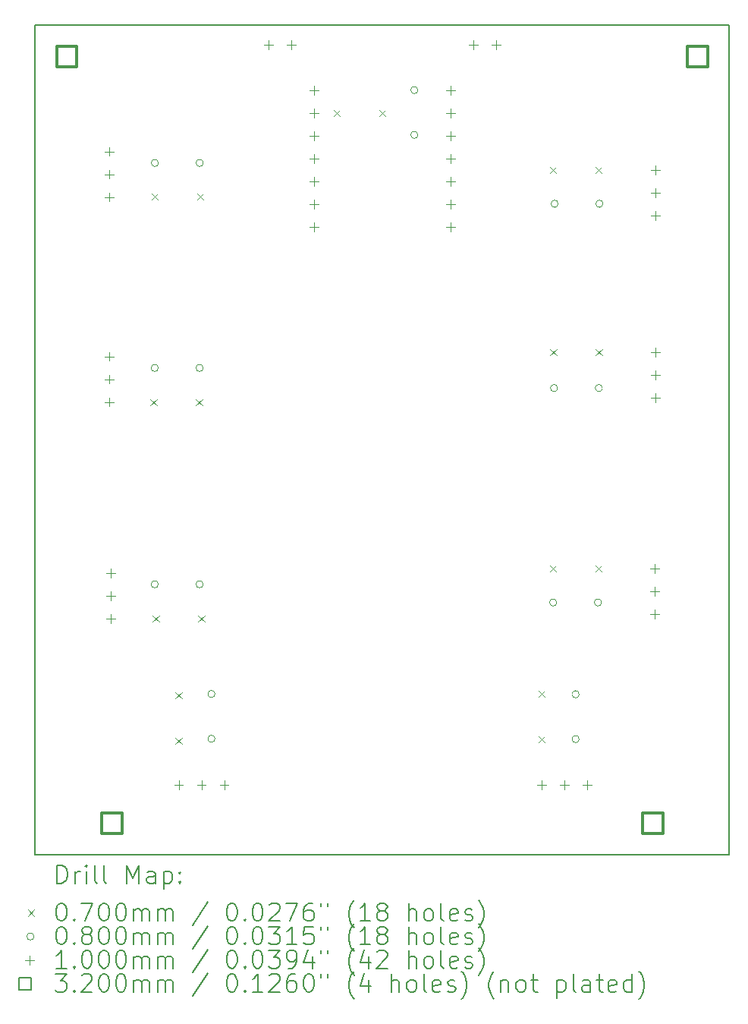
<source format=gbr>
%TF.GenerationSoftware,KiCad,Pcbnew,(6.0.11)*%
%TF.CreationDate,2023-06-05T02:11:05+09:00*%
%TF.ProjectId,ballsensor_unity_board,62616c6c-7365-46e7-936f-725f756e6974,rev?*%
%TF.SameCoordinates,Original*%
%TF.FileFunction,Drillmap*%
%TF.FilePolarity,Positive*%
%FSLAX45Y45*%
G04 Gerber Fmt 4.5, Leading zero omitted, Abs format (unit mm)*
G04 Created by KiCad (PCBNEW (6.0.11)) date 2023-06-05 02:11:05*
%MOMM*%
%LPD*%
G01*
G04 APERTURE LIST*
%ADD10C,0.200000*%
%ADD11C,0.070000*%
%ADD12C,0.080000*%
%ADD13C,0.100000*%
%ADD14C,0.320000*%
G04 APERTURE END LIST*
D10*
X8825000Y-4610000D02*
X8825000Y-13860000D01*
X16574976Y-13860000D02*
X16574976Y-4610000D01*
X16574976Y-13860000D02*
X8825000Y-13860000D01*
X8825000Y-4610000D02*
X16574976Y-4610000D01*
D11*
X10115500Y-8779000D02*
X10185500Y-8849000D01*
X10185500Y-8779000D02*
X10115500Y-8849000D01*
X10125000Y-6489000D02*
X10195000Y-6559000D01*
X10195000Y-6489000D02*
X10125000Y-6559000D01*
X10139500Y-11192000D02*
X10209500Y-11262000D01*
X10209500Y-11192000D02*
X10139500Y-11262000D01*
X10395000Y-12051500D02*
X10465000Y-12121500D01*
X10465000Y-12051500D02*
X10395000Y-12121500D01*
X10395000Y-12559500D02*
X10465000Y-12629500D01*
X10465000Y-12559500D02*
X10395000Y-12629500D01*
X10623500Y-8779000D02*
X10693500Y-8849000D01*
X10693500Y-8779000D02*
X10623500Y-8849000D01*
X10633000Y-6489000D02*
X10703000Y-6559000D01*
X10703000Y-6489000D02*
X10633000Y-6559000D01*
X10647500Y-11192000D02*
X10717500Y-11262000D01*
X10717500Y-11192000D02*
X10647500Y-11262000D01*
X12157000Y-5553000D02*
X12227000Y-5623000D01*
X12227000Y-5553000D02*
X12157000Y-5623000D01*
X12665000Y-5553000D02*
X12735000Y-5623000D01*
X12735000Y-5553000D02*
X12665000Y-5623000D01*
X14443000Y-12030000D02*
X14513000Y-12100000D01*
X14513000Y-12030000D02*
X14443000Y-12100000D01*
X14443000Y-12538000D02*
X14513000Y-12608000D01*
X14513000Y-12538000D02*
X14443000Y-12608000D01*
X14570000Y-6188000D02*
X14640000Y-6258000D01*
X14640000Y-6188000D02*
X14570000Y-6258000D01*
X14570000Y-10633000D02*
X14640000Y-10703000D01*
X14640000Y-10633000D02*
X14570000Y-10703000D01*
X14576000Y-8220000D02*
X14646000Y-8290000D01*
X14646000Y-8220000D02*
X14576000Y-8290000D01*
X15078000Y-6188000D02*
X15148000Y-6258000D01*
X15148000Y-6188000D02*
X15078000Y-6258000D01*
X15078000Y-10633000D02*
X15148000Y-10703000D01*
X15148000Y-10633000D02*
X15078000Y-10703000D01*
X15084000Y-8220000D02*
X15154000Y-8290000D01*
X15154000Y-8220000D02*
X15084000Y-8290000D01*
D12*
X10202500Y-8433000D02*
G75*
G03*
X10202500Y-8433000I-40000J0D01*
G01*
X10202500Y-10846000D02*
G75*
G03*
X10202500Y-10846000I-40000J0D01*
G01*
X10204000Y-6147000D02*
G75*
G03*
X10204000Y-6147000I-40000J0D01*
G01*
X10702500Y-8433000D02*
G75*
G03*
X10702500Y-8433000I-40000J0D01*
G01*
X10702500Y-10846000D02*
G75*
G03*
X10702500Y-10846000I-40000J0D01*
G01*
X10704000Y-6147000D02*
G75*
G03*
X10704000Y-6147000I-40000J0D01*
G01*
X10835000Y-12069000D02*
G75*
G03*
X10835000Y-12069000I-40000J0D01*
G01*
X10835000Y-12569000D02*
G75*
G03*
X10835000Y-12569000I-40000J0D01*
G01*
X13099500Y-5334000D02*
G75*
G03*
X13099500Y-5334000I-40000J0D01*
G01*
X13099500Y-5834000D02*
G75*
G03*
X13099500Y-5834000I-40000J0D01*
G01*
X14649000Y-11049000D02*
G75*
G03*
X14649000Y-11049000I-40000J0D01*
G01*
X14659000Y-8657500D02*
G75*
G03*
X14659000Y-8657500I-40000J0D01*
G01*
X14665000Y-6602000D02*
G75*
G03*
X14665000Y-6602000I-40000J0D01*
G01*
X14899000Y-12073000D02*
G75*
G03*
X14899000Y-12073000I-40000J0D01*
G01*
X14899000Y-12573000D02*
G75*
G03*
X14899000Y-12573000I-40000J0D01*
G01*
X15149000Y-11049000D02*
G75*
G03*
X15149000Y-11049000I-40000J0D01*
G01*
X15159000Y-8657500D02*
G75*
G03*
X15159000Y-8657500I-40000J0D01*
G01*
X15165000Y-6602000D02*
G75*
G03*
X15165000Y-6602000I-40000J0D01*
G01*
D13*
X9652000Y-5968500D02*
X9652000Y-6068500D01*
X9602000Y-6018500D02*
X9702000Y-6018500D01*
X9652000Y-6222500D02*
X9652000Y-6322500D01*
X9602000Y-6272500D02*
X9702000Y-6272500D01*
X9652000Y-6476500D02*
X9652000Y-6576500D01*
X9602000Y-6526500D02*
X9702000Y-6526500D01*
X9654500Y-8254500D02*
X9654500Y-8354500D01*
X9604500Y-8304500D02*
X9704500Y-8304500D01*
X9654500Y-8508500D02*
X9654500Y-8608500D01*
X9604500Y-8558500D02*
X9704500Y-8558500D01*
X9654500Y-8762500D02*
X9654500Y-8862500D01*
X9604500Y-8812500D02*
X9704500Y-8812500D01*
X9674500Y-10669000D02*
X9674500Y-10769000D01*
X9624500Y-10719000D02*
X9724500Y-10719000D01*
X9674500Y-10923000D02*
X9674500Y-11023000D01*
X9624500Y-10973000D02*
X9724500Y-10973000D01*
X9674500Y-11177000D02*
X9674500Y-11277000D01*
X9624500Y-11227000D02*
X9724500Y-11227000D01*
X10430000Y-13031000D02*
X10430000Y-13131000D01*
X10380000Y-13081000D02*
X10480000Y-13081000D01*
X10684000Y-13031000D02*
X10684000Y-13131000D01*
X10634000Y-13081000D02*
X10734000Y-13081000D01*
X10938000Y-13031000D02*
X10938000Y-13131000D01*
X10888000Y-13081000D02*
X10988000Y-13081000D01*
X11430000Y-4776000D02*
X11430000Y-4876000D01*
X11380000Y-4826000D02*
X11480000Y-4826000D01*
X11684000Y-4776000D02*
X11684000Y-4876000D01*
X11634000Y-4826000D02*
X11734000Y-4826000D01*
X11938000Y-5284000D02*
X11938000Y-5384000D01*
X11888000Y-5334000D02*
X11988000Y-5334000D01*
X11938000Y-5538000D02*
X11938000Y-5638000D01*
X11888000Y-5588000D02*
X11988000Y-5588000D01*
X11938000Y-5792000D02*
X11938000Y-5892000D01*
X11888000Y-5842000D02*
X11988000Y-5842000D01*
X11938000Y-6046000D02*
X11938000Y-6146000D01*
X11888000Y-6096000D02*
X11988000Y-6096000D01*
X11938000Y-6300000D02*
X11938000Y-6400000D01*
X11888000Y-6350000D02*
X11988000Y-6350000D01*
X11938000Y-6554000D02*
X11938000Y-6654000D01*
X11888000Y-6604000D02*
X11988000Y-6604000D01*
X11938000Y-6808000D02*
X11938000Y-6908000D01*
X11888000Y-6858000D02*
X11988000Y-6858000D01*
X13462000Y-5284000D02*
X13462000Y-5384000D01*
X13412000Y-5334000D02*
X13512000Y-5334000D01*
X13462000Y-5538000D02*
X13462000Y-5638000D01*
X13412000Y-5588000D02*
X13512000Y-5588000D01*
X13462000Y-5792000D02*
X13462000Y-5892000D01*
X13412000Y-5842000D02*
X13512000Y-5842000D01*
X13462000Y-6046000D02*
X13462000Y-6146000D01*
X13412000Y-6096000D02*
X13512000Y-6096000D01*
X13462000Y-6300000D02*
X13462000Y-6400000D01*
X13412000Y-6350000D02*
X13512000Y-6350000D01*
X13462000Y-6554000D02*
X13462000Y-6654000D01*
X13412000Y-6604000D02*
X13512000Y-6604000D01*
X13462000Y-6808000D02*
X13462000Y-6908000D01*
X13412000Y-6858000D02*
X13512000Y-6858000D01*
X13716000Y-4776000D02*
X13716000Y-4876000D01*
X13666000Y-4826000D02*
X13766000Y-4826000D01*
X13970000Y-4776000D02*
X13970000Y-4876000D01*
X13920000Y-4826000D02*
X14020000Y-4826000D01*
X14478000Y-13031000D02*
X14478000Y-13131000D01*
X14428000Y-13081000D02*
X14528000Y-13081000D01*
X14732000Y-13031000D02*
X14732000Y-13131000D01*
X14682000Y-13081000D02*
X14782000Y-13081000D01*
X14986000Y-13031000D02*
X14986000Y-13131000D01*
X14936000Y-13081000D02*
X15036000Y-13081000D01*
X15742000Y-10618000D02*
X15742000Y-10718000D01*
X15692000Y-10668000D02*
X15792000Y-10668000D01*
X15742000Y-10872000D02*
X15742000Y-10972000D01*
X15692000Y-10922000D02*
X15792000Y-10922000D01*
X15742000Y-11126000D02*
X15742000Y-11226000D01*
X15692000Y-11176000D02*
X15792000Y-11176000D01*
X15748000Y-6173000D02*
X15748000Y-6273000D01*
X15698000Y-6223000D02*
X15798000Y-6223000D01*
X15748000Y-6427000D02*
X15748000Y-6527000D01*
X15698000Y-6477000D02*
X15798000Y-6477000D01*
X15748000Y-6681000D02*
X15748000Y-6781000D01*
X15698000Y-6731000D02*
X15798000Y-6731000D01*
X15748000Y-8205000D02*
X15748000Y-8305000D01*
X15698000Y-8255000D02*
X15798000Y-8255000D01*
X15748000Y-8459000D02*
X15748000Y-8559000D01*
X15698000Y-8509000D02*
X15798000Y-8509000D01*
X15748000Y-8713000D02*
X15748000Y-8813000D01*
X15698000Y-8763000D02*
X15798000Y-8763000D01*
D14*
X9292698Y-5071218D02*
X9292698Y-4844942D01*
X9066422Y-4844942D01*
X9066422Y-5071218D01*
X9292698Y-5071218D01*
X9795491Y-13623138D02*
X9795491Y-13396862D01*
X9569215Y-13396862D01*
X9569215Y-13623138D01*
X9795491Y-13623138D01*
X15836288Y-13623138D02*
X15836288Y-13396862D01*
X15610011Y-13396862D01*
X15610011Y-13623138D01*
X15836288Y-13623138D01*
X16333726Y-5073138D02*
X16333726Y-4846862D01*
X16107450Y-4846862D01*
X16107450Y-5073138D01*
X16333726Y-5073138D01*
D10*
X9072619Y-14180476D02*
X9072619Y-13980476D01*
X9120238Y-13980476D01*
X9148810Y-13990000D01*
X9167857Y-14009048D01*
X9177381Y-14028095D01*
X9186905Y-14066190D01*
X9186905Y-14094762D01*
X9177381Y-14132857D01*
X9167857Y-14151905D01*
X9148810Y-14170952D01*
X9120238Y-14180476D01*
X9072619Y-14180476D01*
X9272619Y-14180476D02*
X9272619Y-14047143D01*
X9272619Y-14085238D02*
X9282143Y-14066190D01*
X9291667Y-14056667D01*
X9310714Y-14047143D01*
X9329762Y-14047143D01*
X9396429Y-14180476D02*
X9396429Y-14047143D01*
X9396429Y-13980476D02*
X9386905Y-13990000D01*
X9396429Y-13999524D01*
X9405952Y-13990000D01*
X9396429Y-13980476D01*
X9396429Y-13999524D01*
X9520238Y-14180476D02*
X9501190Y-14170952D01*
X9491667Y-14151905D01*
X9491667Y-13980476D01*
X9625000Y-14180476D02*
X9605952Y-14170952D01*
X9596429Y-14151905D01*
X9596429Y-13980476D01*
X9853571Y-14180476D02*
X9853571Y-13980476D01*
X9920238Y-14123333D01*
X9986905Y-13980476D01*
X9986905Y-14180476D01*
X10167857Y-14180476D02*
X10167857Y-14075714D01*
X10158333Y-14056667D01*
X10139286Y-14047143D01*
X10101190Y-14047143D01*
X10082143Y-14056667D01*
X10167857Y-14170952D02*
X10148810Y-14180476D01*
X10101190Y-14180476D01*
X10082143Y-14170952D01*
X10072619Y-14151905D01*
X10072619Y-14132857D01*
X10082143Y-14113809D01*
X10101190Y-14104286D01*
X10148810Y-14104286D01*
X10167857Y-14094762D01*
X10263095Y-14047143D02*
X10263095Y-14247143D01*
X10263095Y-14056667D02*
X10282143Y-14047143D01*
X10320238Y-14047143D01*
X10339286Y-14056667D01*
X10348810Y-14066190D01*
X10358333Y-14085238D01*
X10358333Y-14142381D01*
X10348810Y-14161428D01*
X10339286Y-14170952D01*
X10320238Y-14180476D01*
X10282143Y-14180476D01*
X10263095Y-14170952D01*
X10444048Y-14161428D02*
X10453571Y-14170952D01*
X10444048Y-14180476D01*
X10434524Y-14170952D01*
X10444048Y-14161428D01*
X10444048Y-14180476D01*
X10444048Y-14056667D02*
X10453571Y-14066190D01*
X10444048Y-14075714D01*
X10434524Y-14066190D01*
X10444048Y-14056667D01*
X10444048Y-14075714D01*
D11*
X8745000Y-14475000D02*
X8815000Y-14545000D01*
X8815000Y-14475000D02*
X8745000Y-14545000D01*
D10*
X9110714Y-14400476D02*
X9129762Y-14400476D01*
X9148810Y-14410000D01*
X9158333Y-14419524D01*
X9167857Y-14438571D01*
X9177381Y-14476667D01*
X9177381Y-14524286D01*
X9167857Y-14562381D01*
X9158333Y-14581428D01*
X9148810Y-14590952D01*
X9129762Y-14600476D01*
X9110714Y-14600476D01*
X9091667Y-14590952D01*
X9082143Y-14581428D01*
X9072619Y-14562381D01*
X9063095Y-14524286D01*
X9063095Y-14476667D01*
X9072619Y-14438571D01*
X9082143Y-14419524D01*
X9091667Y-14410000D01*
X9110714Y-14400476D01*
X9263095Y-14581428D02*
X9272619Y-14590952D01*
X9263095Y-14600476D01*
X9253571Y-14590952D01*
X9263095Y-14581428D01*
X9263095Y-14600476D01*
X9339286Y-14400476D02*
X9472619Y-14400476D01*
X9386905Y-14600476D01*
X9586905Y-14400476D02*
X9605952Y-14400476D01*
X9625000Y-14410000D01*
X9634524Y-14419524D01*
X9644048Y-14438571D01*
X9653571Y-14476667D01*
X9653571Y-14524286D01*
X9644048Y-14562381D01*
X9634524Y-14581428D01*
X9625000Y-14590952D01*
X9605952Y-14600476D01*
X9586905Y-14600476D01*
X9567857Y-14590952D01*
X9558333Y-14581428D01*
X9548810Y-14562381D01*
X9539286Y-14524286D01*
X9539286Y-14476667D01*
X9548810Y-14438571D01*
X9558333Y-14419524D01*
X9567857Y-14410000D01*
X9586905Y-14400476D01*
X9777381Y-14400476D02*
X9796429Y-14400476D01*
X9815476Y-14410000D01*
X9825000Y-14419524D01*
X9834524Y-14438571D01*
X9844048Y-14476667D01*
X9844048Y-14524286D01*
X9834524Y-14562381D01*
X9825000Y-14581428D01*
X9815476Y-14590952D01*
X9796429Y-14600476D01*
X9777381Y-14600476D01*
X9758333Y-14590952D01*
X9748810Y-14581428D01*
X9739286Y-14562381D01*
X9729762Y-14524286D01*
X9729762Y-14476667D01*
X9739286Y-14438571D01*
X9748810Y-14419524D01*
X9758333Y-14410000D01*
X9777381Y-14400476D01*
X9929762Y-14600476D02*
X9929762Y-14467143D01*
X9929762Y-14486190D02*
X9939286Y-14476667D01*
X9958333Y-14467143D01*
X9986905Y-14467143D01*
X10005952Y-14476667D01*
X10015476Y-14495714D01*
X10015476Y-14600476D01*
X10015476Y-14495714D02*
X10025000Y-14476667D01*
X10044048Y-14467143D01*
X10072619Y-14467143D01*
X10091667Y-14476667D01*
X10101190Y-14495714D01*
X10101190Y-14600476D01*
X10196429Y-14600476D02*
X10196429Y-14467143D01*
X10196429Y-14486190D02*
X10205952Y-14476667D01*
X10225000Y-14467143D01*
X10253571Y-14467143D01*
X10272619Y-14476667D01*
X10282143Y-14495714D01*
X10282143Y-14600476D01*
X10282143Y-14495714D02*
X10291667Y-14476667D01*
X10310714Y-14467143D01*
X10339286Y-14467143D01*
X10358333Y-14476667D01*
X10367857Y-14495714D01*
X10367857Y-14600476D01*
X10758333Y-14390952D02*
X10586905Y-14648095D01*
X11015476Y-14400476D02*
X11034524Y-14400476D01*
X11053571Y-14410000D01*
X11063095Y-14419524D01*
X11072619Y-14438571D01*
X11082143Y-14476667D01*
X11082143Y-14524286D01*
X11072619Y-14562381D01*
X11063095Y-14581428D01*
X11053571Y-14590952D01*
X11034524Y-14600476D01*
X11015476Y-14600476D01*
X10996429Y-14590952D01*
X10986905Y-14581428D01*
X10977381Y-14562381D01*
X10967857Y-14524286D01*
X10967857Y-14476667D01*
X10977381Y-14438571D01*
X10986905Y-14419524D01*
X10996429Y-14410000D01*
X11015476Y-14400476D01*
X11167857Y-14581428D02*
X11177381Y-14590952D01*
X11167857Y-14600476D01*
X11158333Y-14590952D01*
X11167857Y-14581428D01*
X11167857Y-14600476D01*
X11301190Y-14400476D02*
X11320238Y-14400476D01*
X11339286Y-14410000D01*
X11348809Y-14419524D01*
X11358333Y-14438571D01*
X11367857Y-14476667D01*
X11367857Y-14524286D01*
X11358333Y-14562381D01*
X11348809Y-14581428D01*
X11339286Y-14590952D01*
X11320238Y-14600476D01*
X11301190Y-14600476D01*
X11282143Y-14590952D01*
X11272619Y-14581428D01*
X11263095Y-14562381D01*
X11253571Y-14524286D01*
X11253571Y-14476667D01*
X11263095Y-14438571D01*
X11272619Y-14419524D01*
X11282143Y-14410000D01*
X11301190Y-14400476D01*
X11444048Y-14419524D02*
X11453571Y-14410000D01*
X11472619Y-14400476D01*
X11520238Y-14400476D01*
X11539286Y-14410000D01*
X11548809Y-14419524D01*
X11558333Y-14438571D01*
X11558333Y-14457619D01*
X11548809Y-14486190D01*
X11434524Y-14600476D01*
X11558333Y-14600476D01*
X11625000Y-14400476D02*
X11758333Y-14400476D01*
X11672619Y-14600476D01*
X11920238Y-14400476D02*
X11882143Y-14400476D01*
X11863095Y-14410000D01*
X11853571Y-14419524D01*
X11834524Y-14448095D01*
X11825000Y-14486190D01*
X11825000Y-14562381D01*
X11834524Y-14581428D01*
X11844048Y-14590952D01*
X11863095Y-14600476D01*
X11901190Y-14600476D01*
X11920238Y-14590952D01*
X11929762Y-14581428D01*
X11939286Y-14562381D01*
X11939286Y-14514762D01*
X11929762Y-14495714D01*
X11920238Y-14486190D01*
X11901190Y-14476667D01*
X11863095Y-14476667D01*
X11844048Y-14486190D01*
X11834524Y-14495714D01*
X11825000Y-14514762D01*
X12015476Y-14400476D02*
X12015476Y-14438571D01*
X12091667Y-14400476D02*
X12091667Y-14438571D01*
X12386905Y-14676667D02*
X12377381Y-14667143D01*
X12358333Y-14638571D01*
X12348809Y-14619524D01*
X12339286Y-14590952D01*
X12329762Y-14543333D01*
X12329762Y-14505238D01*
X12339286Y-14457619D01*
X12348809Y-14429048D01*
X12358333Y-14410000D01*
X12377381Y-14381428D01*
X12386905Y-14371905D01*
X12567857Y-14600476D02*
X12453571Y-14600476D01*
X12510714Y-14600476D02*
X12510714Y-14400476D01*
X12491667Y-14429048D01*
X12472619Y-14448095D01*
X12453571Y-14457619D01*
X12682143Y-14486190D02*
X12663095Y-14476667D01*
X12653571Y-14467143D01*
X12644048Y-14448095D01*
X12644048Y-14438571D01*
X12653571Y-14419524D01*
X12663095Y-14410000D01*
X12682143Y-14400476D01*
X12720238Y-14400476D01*
X12739286Y-14410000D01*
X12748809Y-14419524D01*
X12758333Y-14438571D01*
X12758333Y-14448095D01*
X12748809Y-14467143D01*
X12739286Y-14476667D01*
X12720238Y-14486190D01*
X12682143Y-14486190D01*
X12663095Y-14495714D01*
X12653571Y-14505238D01*
X12644048Y-14524286D01*
X12644048Y-14562381D01*
X12653571Y-14581428D01*
X12663095Y-14590952D01*
X12682143Y-14600476D01*
X12720238Y-14600476D01*
X12739286Y-14590952D01*
X12748809Y-14581428D01*
X12758333Y-14562381D01*
X12758333Y-14524286D01*
X12748809Y-14505238D01*
X12739286Y-14495714D01*
X12720238Y-14486190D01*
X12996428Y-14600476D02*
X12996428Y-14400476D01*
X13082143Y-14600476D02*
X13082143Y-14495714D01*
X13072619Y-14476667D01*
X13053571Y-14467143D01*
X13025000Y-14467143D01*
X13005952Y-14476667D01*
X12996428Y-14486190D01*
X13205952Y-14600476D02*
X13186905Y-14590952D01*
X13177381Y-14581428D01*
X13167857Y-14562381D01*
X13167857Y-14505238D01*
X13177381Y-14486190D01*
X13186905Y-14476667D01*
X13205952Y-14467143D01*
X13234524Y-14467143D01*
X13253571Y-14476667D01*
X13263095Y-14486190D01*
X13272619Y-14505238D01*
X13272619Y-14562381D01*
X13263095Y-14581428D01*
X13253571Y-14590952D01*
X13234524Y-14600476D01*
X13205952Y-14600476D01*
X13386905Y-14600476D02*
X13367857Y-14590952D01*
X13358333Y-14571905D01*
X13358333Y-14400476D01*
X13539286Y-14590952D02*
X13520238Y-14600476D01*
X13482143Y-14600476D01*
X13463095Y-14590952D01*
X13453571Y-14571905D01*
X13453571Y-14495714D01*
X13463095Y-14476667D01*
X13482143Y-14467143D01*
X13520238Y-14467143D01*
X13539286Y-14476667D01*
X13548809Y-14495714D01*
X13548809Y-14514762D01*
X13453571Y-14533809D01*
X13625000Y-14590952D02*
X13644048Y-14600476D01*
X13682143Y-14600476D01*
X13701190Y-14590952D01*
X13710714Y-14571905D01*
X13710714Y-14562381D01*
X13701190Y-14543333D01*
X13682143Y-14533809D01*
X13653571Y-14533809D01*
X13634524Y-14524286D01*
X13625000Y-14505238D01*
X13625000Y-14495714D01*
X13634524Y-14476667D01*
X13653571Y-14467143D01*
X13682143Y-14467143D01*
X13701190Y-14476667D01*
X13777381Y-14676667D02*
X13786905Y-14667143D01*
X13805952Y-14638571D01*
X13815476Y-14619524D01*
X13825000Y-14590952D01*
X13834524Y-14543333D01*
X13834524Y-14505238D01*
X13825000Y-14457619D01*
X13815476Y-14429048D01*
X13805952Y-14410000D01*
X13786905Y-14381428D01*
X13777381Y-14371905D01*
D12*
X8815000Y-14774000D02*
G75*
G03*
X8815000Y-14774000I-40000J0D01*
G01*
D10*
X9110714Y-14664476D02*
X9129762Y-14664476D01*
X9148810Y-14674000D01*
X9158333Y-14683524D01*
X9167857Y-14702571D01*
X9177381Y-14740667D01*
X9177381Y-14788286D01*
X9167857Y-14826381D01*
X9158333Y-14845428D01*
X9148810Y-14854952D01*
X9129762Y-14864476D01*
X9110714Y-14864476D01*
X9091667Y-14854952D01*
X9082143Y-14845428D01*
X9072619Y-14826381D01*
X9063095Y-14788286D01*
X9063095Y-14740667D01*
X9072619Y-14702571D01*
X9082143Y-14683524D01*
X9091667Y-14674000D01*
X9110714Y-14664476D01*
X9263095Y-14845428D02*
X9272619Y-14854952D01*
X9263095Y-14864476D01*
X9253571Y-14854952D01*
X9263095Y-14845428D01*
X9263095Y-14864476D01*
X9386905Y-14750190D02*
X9367857Y-14740667D01*
X9358333Y-14731143D01*
X9348810Y-14712095D01*
X9348810Y-14702571D01*
X9358333Y-14683524D01*
X9367857Y-14674000D01*
X9386905Y-14664476D01*
X9425000Y-14664476D01*
X9444048Y-14674000D01*
X9453571Y-14683524D01*
X9463095Y-14702571D01*
X9463095Y-14712095D01*
X9453571Y-14731143D01*
X9444048Y-14740667D01*
X9425000Y-14750190D01*
X9386905Y-14750190D01*
X9367857Y-14759714D01*
X9358333Y-14769238D01*
X9348810Y-14788286D01*
X9348810Y-14826381D01*
X9358333Y-14845428D01*
X9367857Y-14854952D01*
X9386905Y-14864476D01*
X9425000Y-14864476D01*
X9444048Y-14854952D01*
X9453571Y-14845428D01*
X9463095Y-14826381D01*
X9463095Y-14788286D01*
X9453571Y-14769238D01*
X9444048Y-14759714D01*
X9425000Y-14750190D01*
X9586905Y-14664476D02*
X9605952Y-14664476D01*
X9625000Y-14674000D01*
X9634524Y-14683524D01*
X9644048Y-14702571D01*
X9653571Y-14740667D01*
X9653571Y-14788286D01*
X9644048Y-14826381D01*
X9634524Y-14845428D01*
X9625000Y-14854952D01*
X9605952Y-14864476D01*
X9586905Y-14864476D01*
X9567857Y-14854952D01*
X9558333Y-14845428D01*
X9548810Y-14826381D01*
X9539286Y-14788286D01*
X9539286Y-14740667D01*
X9548810Y-14702571D01*
X9558333Y-14683524D01*
X9567857Y-14674000D01*
X9586905Y-14664476D01*
X9777381Y-14664476D02*
X9796429Y-14664476D01*
X9815476Y-14674000D01*
X9825000Y-14683524D01*
X9834524Y-14702571D01*
X9844048Y-14740667D01*
X9844048Y-14788286D01*
X9834524Y-14826381D01*
X9825000Y-14845428D01*
X9815476Y-14854952D01*
X9796429Y-14864476D01*
X9777381Y-14864476D01*
X9758333Y-14854952D01*
X9748810Y-14845428D01*
X9739286Y-14826381D01*
X9729762Y-14788286D01*
X9729762Y-14740667D01*
X9739286Y-14702571D01*
X9748810Y-14683524D01*
X9758333Y-14674000D01*
X9777381Y-14664476D01*
X9929762Y-14864476D02*
X9929762Y-14731143D01*
X9929762Y-14750190D02*
X9939286Y-14740667D01*
X9958333Y-14731143D01*
X9986905Y-14731143D01*
X10005952Y-14740667D01*
X10015476Y-14759714D01*
X10015476Y-14864476D01*
X10015476Y-14759714D02*
X10025000Y-14740667D01*
X10044048Y-14731143D01*
X10072619Y-14731143D01*
X10091667Y-14740667D01*
X10101190Y-14759714D01*
X10101190Y-14864476D01*
X10196429Y-14864476D02*
X10196429Y-14731143D01*
X10196429Y-14750190D02*
X10205952Y-14740667D01*
X10225000Y-14731143D01*
X10253571Y-14731143D01*
X10272619Y-14740667D01*
X10282143Y-14759714D01*
X10282143Y-14864476D01*
X10282143Y-14759714D02*
X10291667Y-14740667D01*
X10310714Y-14731143D01*
X10339286Y-14731143D01*
X10358333Y-14740667D01*
X10367857Y-14759714D01*
X10367857Y-14864476D01*
X10758333Y-14654952D02*
X10586905Y-14912095D01*
X11015476Y-14664476D02*
X11034524Y-14664476D01*
X11053571Y-14674000D01*
X11063095Y-14683524D01*
X11072619Y-14702571D01*
X11082143Y-14740667D01*
X11082143Y-14788286D01*
X11072619Y-14826381D01*
X11063095Y-14845428D01*
X11053571Y-14854952D01*
X11034524Y-14864476D01*
X11015476Y-14864476D01*
X10996429Y-14854952D01*
X10986905Y-14845428D01*
X10977381Y-14826381D01*
X10967857Y-14788286D01*
X10967857Y-14740667D01*
X10977381Y-14702571D01*
X10986905Y-14683524D01*
X10996429Y-14674000D01*
X11015476Y-14664476D01*
X11167857Y-14845428D02*
X11177381Y-14854952D01*
X11167857Y-14864476D01*
X11158333Y-14854952D01*
X11167857Y-14845428D01*
X11167857Y-14864476D01*
X11301190Y-14664476D02*
X11320238Y-14664476D01*
X11339286Y-14674000D01*
X11348809Y-14683524D01*
X11358333Y-14702571D01*
X11367857Y-14740667D01*
X11367857Y-14788286D01*
X11358333Y-14826381D01*
X11348809Y-14845428D01*
X11339286Y-14854952D01*
X11320238Y-14864476D01*
X11301190Y-14864476D01*
X11282143Y-14854952D01*
X11272619Y-14845428D01*
X11263095Y-14826381D01*
X11253571Y-14788286D01*
X11253571Y-14740667D01*
X11263095Y-14702571D01*
X11272619Y-14683524D01*
X11282143Y-14674000D01*
X11301190Y-14664476D01*
X11434524Y-14664476D02*
X11558333Y-14664476D01*
X11491667Y-14740667D01*
X11520238Y-14740667D01*
X11539286Y-14750190D01*
X11548809Y-14759714D01*
X11558333Y-14778762D01*
X11558333Y-14826381D01*
X11548809Y-14845428D01*
X11539286Y-14854952D01*
X11520238Y-14864476D01*
X11463095Y-14864476D01*
X11444048Y-14854952D01*
X11434524Y-14845428D01*
X11748809Y-14864476D02*
X11634524Y-14864476D01*
X11691667Y-14864476D02*
X11691667Y-14664476D01*
X11672619Y-14693048D01*
X11653571Y-14712095D01*
X11634524Y-14721619D01*
X11929762Y-14664476D02*
X11834524Y-14664476D01*
X11825000Y-14759714D01*
X11834524Y-14750190D01*
X11853571Y-14740667D01*
X11901190Y-14740667D01*
X11920238Y-14750190D01*
X11929762Y-14759714D01*
X11939286Y-14778762D01*
X11939286Y-14826381D01*
X11929762Y-14845428D01*
X11920238Y-14854952D01*
X11901190Y-14864476D01*
X11853571Y-14864476D01*
X11834524Y-14854952D01*
X11825000Y-14845428D01*
X12015476Y-14664476D02*
X12015476Y-14702571D01*
X12091667Y-14664476D02*
X12091667Y-14702571D01*
X12386905Y-14940667D02*
X12377381Y-14931143D01*
X12358333Y-14902571D01*
X12348809Y-14883524D01*
X12339286Y-14854952D01*
X12329762Y-14807333D01*
X12329762Y-14769238D01*
X12339286Y-14721619D01*
X12348809Y-14693048D01*
X12358333Y-14674000D01*
X12377381Y-14645428D01*
X12386905Y-14635905D01*
X12567857Y-14864476D02*
X12453571Y-14864476D01*
X12510714Y-14864476D02*
X12510714Y-14664476D01*
X12491667Y-14693048D01*
X12472619Y-14712095D01*
X12453571Y-14721619D01*
X12682143Y-14750190D02*
X12663095Y-14740667D01*
X12653571Y-14731143D01*
X12644048Y-14712095D01*
X12644048Y-14702571D01*
X12653571Y-14683524D01*
X12663095Y-14674000D01*
X12682143Y-14664476D01*
X12720238Y-14664476D01*
X12739286Y-14674000D01*
X12748809Y-14683524D01*
X12758333Y-14702571D01*
X12758333Y-14712095D01*
X12748809Y-14731143D01*
X12739286Y-14740667D01*
X12720238Y-14750190D01*
X12682143Y-14750190D01*
X12663095Y-14759714D01*
X12653571Y-14769238D01*
X12644048Y-14788286D01*
X12644048Y-14826381D01*
X12653571Y-14845428D01*
X12663095Y-14854952D01*
X12682143Y-14864476D01*
X12720238Y-14864476D01*
X12739286Y-14854952D01*
X12748809Y-14845428D01*
X12758333Y-14826381D01*
X12758333Y-14788286D01*
X12748809Y-14769238D01*
X12739286Y-14759714D01*
X12720238Y-14750190D01*
X12996428Y-14864476D02*
X12996428Y-14664476D01*
X13082143Y-14864476D02*
X13082143Y-14759714D01*
X13072619Y-14740667D01*
X13053571Y-14731143D01*
X13025000Y-14731143D01*
X13005952Y-14740667D01*
X12996428Y-14750190D01*
X13205952Y-14864476D02*
X13186905Y-14854952D01*
X13177381Y-14845428D01*
X13167857Y-14826381D01*
X13167857Y-14769238D01*
X13177381Y-14750190D01*
X13186905Y-14740667D01*
X13205952Y-14731143D01*
X13234524Y-14731143D01*
X13253571Y-14740667D01*
X13263095Y-14750190D01*
X13272619Y-14769238D01*
X13272619Y-14826381D01*
X13263095Y-14845428D01*
X13253571Y-14854952D01*
X13234524Y-14864476D01*
X13205952Y-14864476D01*
X13386905Y-14864476D02*
X13367857Y-14854952D01*
X13358333Y-14835905D01*
X13358333Y-14664476D01*
X13539286Y-14854952D02*
X13520238Y-14864476D01*
X13482143Y-14864476D01*
X13463095Y-14854952D01*
X13453571Y-14835905D01*
X13453571Y-14759714D01*
X13463095Y-14740667D01*
X13482143Y-14731143D01*
X13520238Y-14731143D01*
X13539286Y-14740667D01*
X13548809Y-14759714D01*
X13548809Y-14778762D01*
X13453571Y-14797809D01*
X13625000Y-14854952D02*
X13644048Y-14864476D01*
X13682143Y-14864476D01*
X13701190Y-14854952D01*
X13710714Y-14835905D01*
X13710714Y-14826381D01*
X13701190Y-14807333D01*
X13682143Y-14797809D01*
X13653571Y-14797809D01*
X13634524Y-14788286D01*
X13625000Y-14769238D01*
X13625000Y-14759714D01*
X13634524Y-14740667D01*
X13653571Y-14731143D01*
X13682143Y-14731143D01*
X13701190Y-14740667D01*
X13777381Y-14940667D02*
X13786905Y-14931143D01*
X13805952Y-14902571D01*
X13815476Y-14883524D01*
X13825000Y-14854952D01*
X13834524Y-14807333D01*
X13834524Y-14769238D01*
X13825000Y-14721619D01*
X13815476Y-14693048D01*
X13805952Y-14674000D01*
X13786905Y-14645428D01*
X13777381Y-14635905D01*
D13*
X8765000Y-14988000D02*
X8765000Y-15088000D01*
X8715000Y-15038000D02*
X8815000Y-15038000D01*
D10*
X9177381Y-15128476D02*
X9063095Y-15128476D01*
X9120238Y-15128476D02*
X9120238Y-14928476D01*
X9101190Y-14957048D01*
X9082143Y-14976095D01*
X9063095Y-14985619D01*
X9263095Y-15109428D02*
X9272619Y-15118952D01*
X9263095Y-15128476D01*
X9253571Y-15118952D01*
X9263095Y-15109428D01*
X9263095Y-15128476D01*
X9396429Y-14928476D02*
X9415476Y-14928476D01*
X9434524Y-14938000D01*
X9444048Y-14947524D01*
X9453571Y-14966571D01*
X9463095Y-15004667D01*
X9463095Y-15052286D01*
X9453571Y-15090381D01*
X9444048Y-15109428D01*
X9434524Y-15118952D01*
X9415476Y-15128476D01*
X9396429Y-15128476D01*
X9377381Y-15118952D01*
X9367857Y-15109428D01*
X9358333Y-15090381D01*
X9348810Y-15052286D01*
X9348810Y-15004667D01*
X9358333Y-14966571D01*
X9367857Y-14947524D01*
X9377381Y-14938000D01*
X9396429Y-14928476D01*
X9586905Y-14928476D02*
X9605952Y-14928476D01*
X9625000Y-14938000D01*
X9634524Y-14947524D01*
X9644048Y-14966571D01*
X9653571Y-15004667D01*
X9653571Y-15052286D01*
X9644048Y-15090381D01*
X9634524Y-15109428D01*
X9625000Y-15118952D01*
X9605952Y-15128476D01*
X9586905Y-15128476D01*
X9567857Y-15118952D01*
X9558333Y-15109428D01*
X9548810Y-15090381D01*
X9539286Y-15052286D01*
X9539286Y-15004667D01*
X9548810Y-14966571D01*
X9558333Y-14947524D01*
X9567857Y-14938000D01*
X9586905Y-14928476D01*
X9777381Y-14928476D02*
X9796429Y-14928476D01*
X9815476Y-14938000D01*
X9825000Y-14947524D01*
X9834524Y-14966571D01*
X9844048Y-15004667D01*
X9844048Y-15052286D01*
X9834524Y-15090381D01*
X9825000Y-15109428D01*
X9815476Y-15118952D01*
X9796429Y-15128476D01*
X9777381Y-15128476D01*
X9758333Y-15118952D01*
X9748810Y-15109428D01*
X9739286Y-15090381D01*
X9729762Y-15052286D01*
X9729762Y-15004667D01*
X9739286Y-14966571D01*
X9748810Y-14947524D01*
X9758333Y-14938000D01*
X9777381Y-14928476D01*
X9929762Y-15128476D02*
X9929762Y-14995143D01*
X9929762Y-15014190D02*
X9939286Y-15004667D01*
X9958333Y-14995143D01*
X9986905Y-14995143D01*
X10005952Y-15004667D01*
X10015476Y-15023714D01*
X10015476Y-15128476D01*
X10015476Y-15023714D02*
X10025000Y-15004667D01*
X10044048Y-14995143D01*
X10072619Y-14995143D01*
X10091667Y-15004667D01*
X10101190Y-15023714D01*
X10101190Y-15128476D01*
X10196429Y-15128476D02*
X10196429Y-14995143D01*
X10196429Y-15014190D02*
X10205952Y-15004667D01*
X10225000Y-14995143D01*
X10253571Y-14995143D01*
X10272619Y-15004667D01*
X10282143Y-15023714D01*
X10282143Y-15128476D01*
X10282143Y-15023714D02*
X10291667Y-15004667D01*
X10310714Y-14995143D01*
X10339286Y-14995143D01*
X10358333Y-15004667D01*
X10367857Y-15023714D01*
X10367857Y-15128476D01*
X10758333Y-14918952D02*
X10586905Y-15176095D01*
X11015476Y-14928476D02*
X11034524Y-14928476D01*
X11053571Y-14938000D01*
X11063095Y-14947524D01*
X11072619Y-14966571D01*
X11082143Y-15004667D01*
X11082143Y-15052286D01*
X11072619Y-15090381D01*
X11063095Y-15109428D01*
X11053571Y-15118952D01*
X11034524Y-15128476D01*
X11015476Y-15128476D01*
X10996429Y-15118952D01*
X10986905Y-15109428D01*
X10977381Y-15090381D01*
X10967857Y-15052286D01*
X10967857Y-15004667D01*
X10977381Y-14966571D01*
X10986905Y-14947524D01*
X10996429Y-14938000D01*
X11015476Y-14928476D01*
X11167857Y-15109428D02*
X11177381Y-15118952D01*
X11167857Y-15128476D01*
X11158333Y-15118952D01*
X11167857Y-15109428D01*
X11167857Y-15128476D01*
X11301190Y-14928476D02*
X11320238Y-14928476D01*
X11339286Y-14938000D01*
X11348809Y-14947524D01*
X11358333Y-14966571D01*
X11367857Y-15004667D01*
X11367857Y-15052286D01*
X11358333Y-15090381D01*
X11348809Y-15109428D01*
X11339286Y-15118952D01*
X11320238Y-15128476D01*
X11301190Y-15128476D01*
X11282143Y-15118952D01*
X11272619Y-15109428D01*
X11263095Y-15090381D01*
X11253571Y-15052286D01*
X11253571Y-15004667D01*
X11263095Y-14966571D01*
X11272619Y-14947524D01*
X11282143Y-14938000D01*
X11301190Y-14928476D01*
X11434524Y-14928476D02*
X11558333Y-14928476D01*
X11491667Y-15004667D01*
X11520238Y-15004667D01*
X11539286Y-15014190D01*
X11548809Y-15023714D01*
X11558333Y-15042762D01*
X11558333Y-15090381D01*
X11548809Y-15109428D01*
X11539286Y-15118952D01*
X11520238Y-15128476D01*
X11463095Y-15128476D01*
X11444048Y-15118952D01*
X11434524Y-15109428D01*
X11653571Y-15128476D02*
X11691667Y-15128476D01*
X11710714Y-15118952D01*
X11720238Y-15109428D01*
X11739286Y-15080857D01*
X11748809Y-15042762D01*
X11748809Y-14966571D01*
X11739286Y-14947524D01*
X11729762Y-14938000D01*
X11710714Y-14928476D01*
X11672619Y-14928476D01*
X11653571Y-14938000D01*
X11644048Y-14947524D01*
X11634524Y-14966571D01*
X11634524Y-15014190D01*
X11644048Y-15033238D01*
X11653571Y-15042762D01*
X11672619Y-15052286D01*
X11710714Y-15052286D01*
X11729762Y-15042762D01*
X11739286Y-15033238D01*
X11748809Y-15014190D01*
X11920238Y-14995143D02*
X11920238Y-15128476D01*
X11872619Y-14918952D02*
X11825000Y-15061809D01*
X11948809Y-15061809D01*
X12015476Y-14928476D02*
X12015476Y-14966571D01*
X12091667Y-14928476D02*
X12091667Y-14966571D01*
X12386905Y-15204667D02*
X12377381Y-15195143D01*
X12358333Y-15166571D01*
X12348809Y-15147524D01*
X12339286Y-15118952D01*
X12329762Y-15071333D01*
X12329762Y-15033238D01*
X12339286Y-14985619D01*
X12348809Y-14957048D01*
X12358333Y-14938000D01*
X12377381Y-14909428D01*
X12386905Y-14899905D01*
X12548809Y-14995143D02*
X12548809Y-15128476D01*
X12501190Y-14918952D02*
X12453571Y-15061809D01*
X12577381Y-15061809D01*
X12644048Y-14947524D02*
X12653571Y-14938000D01*
X12672619Y-14928476D01*
X12720238Y-14928476D01*
X12739286Y-14938000D01*
X12748809Y-14947524D01*
X12758333Y-14966571D01*
X12758333Y-14985619D01*
X12748809Y-15014190D01*
X12634524Y-15128476D01*
X12758333Y-15128476D01*
X12996428Y-15128476D02*
X12996428Y-14928476D01*
X13082143Y-15128476D02*
X13082143Y-15023714D01*
X13072619Y-15004667D01*
X13053571Y-14995143D01*
X13025000Y-14995143D01*
X13005952Y-15004667D01*
X12996428Y-15014190D01*
X13205952Y-15128476D02*
X13186905Y-15118952D01*
X13177381Y-15109428D01*
X13167857Y-15090381D01*
X13167857Y-15033238D01*
X13177381Y-15014190D01*
X13186905Y-15004667D01*
X13205952Y-14995143D01*
X13234524Y-14995143D01*
X13253571Y-15004667D01*
X13263095Y-15014190D01*
X13272619Y-15033238D01*
X13272619Y-15090381D01*
X13263095Y-15109428D01*
X13253571Y-15118952D01*
X13234524Y-15128476D01*
X13205952Y-15128476D01*
X13386905Y-15128476D02*
X13367857Y-15118952D01*
X13358333Y-15099905D01*
X13358333Y-14928476D01*
X13539286Y-15118952D02*
X13520238Y-15128476D01*
X13482143Y-15128476D01*
X13463095Y-15118952D01*
X13453571Y-15099905D01*
X13453571Y-15023714D01*
X13463095Y-15004667D01*
X13482143Y-14995143D01*
X13520238Y-14995143D01*
X13539286Y-15004667D01*
X13548809Y-15023714D01*
X13548809Y-15042762D01*
X13453571Y-15061809D01*
X13625000Y-15118952D02*
X13644048Y-15128476D01*
X13682143Y-15128476D01*
X13701190Y-15118952D01*
X13710714Y-15099905D01*
X13710714Y-15090381D01*
X13701190Y-15071333D01*
X13682143Y-15061809D01*
X13653571Y-15061809D01*
X13634524Y-15052286D01*
X13625000Y-15033238D01*
X13625000Y-15023714D01*
X13634524Y-15004667D01*
X13653571Y-14995143D01*
X13682143Y-14995143D01*
X13701190Y-15004667D01*
X13777381Y-15204667D02*
X13786905Y-15195143D01*
X13805952Y-15166571D01*
X13815476Y-15147524D01*
X13825000Y-15118952D01*
X13834524Y-15071333D01*
X13834524Y-15033238D01*
X13825000Y-14985619D01*
X13815476Y-14957048D01*
X13805952Y-14938000D01*
X13786905Y-14909428D01*
X13777381Y-14899905D01*
X8785711Y-15372711D02*
X8785711Y-15231289D01*
X8644289Y-15231289D01*
X8644289Y-15372711D01*
X8785711Y-15372711D01*
X9053571Y-15192476D02*
X9177381Y-15192476D01*
X9110714Y-15268667D01*
X9139286Y-15268667D01*
X9158333Y-15278190D01*
X9167857Y-15287714D01*
X9177381Y-15306762D01*
X9177381Y-15354381D01*
X9167857Y-15373428D01*
X9158333Y-15382952D01*
X9139286Y-15392476D01*
X9082143Y-15392476D01*
X9063095Y-15382952D01*
X9053571Y-15373428D01*
X9263095Y-15373428D02*
X9272619Y-15382952D01*
X9263095Y-15392476D01*
X9253571Y-15382952D01*
X9263095Y-15373428D01*
X9263095Y-15392476D01*
X9348810Y-15211524D02*
X9358333Y-15202000D01*
X9377381Y-15192476D01*
X9425000Y-15192476D01*
X9444048Y-15202000D01*
X9453571Y-15211524D01*
X9463095Y-15230571D01*
X9463095Y-15249619D01*
X9453571Y-15278190D01*
X9339286Y-15392476D01*
X9463095Y-15392476D01*
X9586905Y-15192476D02*
X9605952Y-15192476D01*
X9625000Y-15202000D01*
X9634524Y-15211524D01*
X9644048Y-15230571D01*
X9653571Y-15268667D01*
X9653571Y-15316286D01*
X9644048Y-15354381D01*
X9634524Y-15373428D01*
X9625000Y-15382952D01*
X9605952Y-15392476D01*
X9586905Y-15392476D01*
X9567857Y-15382952D01*
X9558333Y-15373428D01*
X9548810Y-15354381D01*
X9539286Y-15316286D01*
X9539286Y-15268667D01*
X9548810Y-15230571D01*
X9558333Y-15211524D01*
X9567857Y-15202000D01*
X9586905Y-15192476D01*
X9777381Y-15192476D02*
X9796429Y-15192476D01*
X9815476Y-15202000D01*
X9825000Y-15211524D01*
X9834524Y-15230571D01*
X9844048Y-15268667D01*
X9844048Y-15316286D01*
X9834524Y-15354381D01*
X9825000Y-15373428D01*
X9815476Y-15382952D01*
X9796429Y-15392476D01*
X9777381Y-15392476D01*
X9758333Y-15382952D01*
X9748810Y-15373428D01*
X9739286Y-15354381D01*
X9729762Y-15316286D01*
X9729762Y-15268667D01*
X9739286Y-15230571D01*
X9748810Y-15211524D01*
X9758333Y-15202000D01*
X9777381Y-15192476D01*
X9929762Y-15392476D02*
X9929762Y-15259143D01*
X9929762Y-15278190D02*
X9939286Y-15268667D01*
X9958333Y-15259143D01*
X9986905Y-15259143D01*
X10005952Y-15268667D01*
X10015476Y-15287714D01*
X10015476Y-15392476D01*
X10015476Y-15287714D02*
X10025000Y-15268667D01*
X10044048Y-15259143D01*
X10072619Y-15259143D01*
X10091667Y-15268667D01*
X10101190Y-15287714D01*
X10101190Y-15392476D01*
X10196429Y-15392476D02*
X10196429Y-15259143D01*
X10196429Y-15278190D02*
X10205952Y-15268667D01*
X10225000Y-15259143D01*
X10253571Y-15259143D01*
X10272619Y-15268667D01*
X10282143Y-15287714D01*
X10282143Y-15392476D01*
X10282143Y-15287714D02*
X10291667Y-15268667D01*
X10310714Y-15259143D01*
X10339286Y-15259143D01*
X10358333Y-15268667D01*
X10367857Y-15287714D01*
X10367857Y-15392476D01*
X10758333Y-15182952D02*
X10586905Y-15440095D01*
X11015476Y-15192476D02*
X11034524Y-15192476D01*
X11053571Y-15202000D01*
X11063095Y-15211524D01*
X11072619Y-15230571D01*
X11082143Y-15268667D01*
X11082143Y-15316286D01*
X11072619Y-15354381D01*
X11063095Y-15373428D01*
X11053571Y-15382952D01*
X11034524Y-15392476D01*
X11015476Y-15392476D01*
X10996429Y-15382952D01*
X10986905Y-15373428D01*
X10977381Y-15354381D01*
X10967857Y-15316286D01*
X10967857Y-15268667D01*
X10977381Y-15230571D01*
X10986905Y-15211524D01*
X10996429Y-15202000D01*
X11015476Y-15192476D01*
X11167857Y-15373428D02*
X11177381Y-15382952D01*
X11167857Y-15392476D01*
X11158333Y-15382952D01*
X11167857Y-15373428D01*
X11167857Y-15392476D01*
X11367857Y-15392476D02*
X11253571Y-15392476D01*
X11310714Y-15392476D02*
X11310714Y-15192476D01*
X11291667Y-15221048D01*
X11272619Y-15240095D01*
X11253571Y-15249619D01*
X11444048Y-15211524D02*
X11453571Y-15202000D01*
X11472619Y-15192476D01*
X11520238Y-15192476D01*
X11539286Y-15202000D01*
X11548809Y-15211524D01*
X11558333Y-15230571D01*
X11558333Y-15249619D01*
X11548809Y-15278190D01*
X11434524Y-15392476D01*
X11558333Y-15392476D01*
X11729762Y-15192476D02*
X11691667Y-15192476D01*
X11672619Y-15202000D01*
X11663095Y-15211524D01*
X11644048Y-15240095D01*
X11634524Y-15278190D01*
X11634524Y-15354381D01*
X11644048Y-15373428D01*
X11653571Y-15382952D01*
X11672619Y-15392476D01*
X11710714Y-15392476D01*
X11729762Y-15382952D01*
X11739286Y-15373428D01*
X11748809Y-15354381D01*
X11748809Y-15306762D01*
X11739286Y-15287714D01*
X11729762Y-15278190D01*
X11710714Y-15268667D01*
X11672619Y-15268667D01*
X11653571Y-15278190D01*
X11644048Y-15287714D01*
X11634524Y-15306762D01*
X11872619Y-15192476D02*
X11891667Y-15192476D01*
X11910714Y-15202000D01*
X11920238Y-15211524D01*
X11929762Y-15230571D01*
X11939286Y-15268667D01*
X11939286Y-15316286D01*
X11929762Y-15354381D01*
X11920238Y-15373428D01*
X11910714Y-15382952D01*
X11891667Y-15392476D01*
X11872619Y-15392476D01*
X11853571Y-15382952D01*
X11844048Y-15373428D01*
X11834524Y-15354381D01*
X11825000Y-15316286D01*
X11825000Y-15268667D01*
X11834524Y-15230571D01*
X11844048Y-15211524D01*
X11853571Y-15202000D01*
X11872619Y-15192476D01*
X12015476Y-15192476D02*
X12015476Y-15230571D01*
X12091667Y-15192476D02*
X12091667Y-15230571D01*
X12386905Y-15468667D02*
X12377381Y-15459143D01*
X12358333Y-15430571D01*
X12348809Y-15411524D01*
X12339286Y-15382952D01*
X12329762Y-15335333D01*
X12329762Y-15297238D01*
X12339286Y-15249619D01*
X12348809Y-15221048D01*
X12358333Y-15202000D01*
X12377381Y-15173428D01*
X12386905Y-15163905D01*
X12548809Y-15259143D02*
X12548809Y-15392476D01*
X12501190Y-15182952D02*
X12453571Y-15325809D01*
X12577381Y-15325809D01*
X12805952Y-15392476D02*
X12805952Y-15192476D01*
X12891667Y-15392476D02*
X12891667Y-15287714D01*
X12882143Y-15268667D01*
X12863095Y-15259143D01*
X12834524Y-15259143D01*
X12815476Y-15268667D01*
X12805952Y-15278190D01*
X13015476Y-15392476D02*
X12996428Y-15382952D01*
X12986905Y-15373428D01*
X12977381Y-15354381D01*
X12977381Y-15297238D01*
X12986905Y-15278190D01*
X12996428Y-15268667D01*
X13015476Y-15259143D01*
X13044048Y-15259143D01*
X13063095Y-15268667D01*
X13072619Y-15278190D01*
X13082143Y-15297238D01*
X13082143Y-15354381D01*
X13072619Y-15373428D01*
X13063095Y-15382952D01*
X13044048Y-15392476D01*
X13015476Y-15392476D01*
X13196428Y-15392476D02*
X13177381Y-15382952D01*
X13167857Y-15363905D01*
X13167857Y-15192476D01*
X13348809Y-15382952D02*
X13329762Y-15392476D01*
X13291667Y-15392476D01*
X13272619Y-15382952D01*
X13263095Y-15363905D01*
X13263095Y-15287714D01*
X13272619Y-15268667D01*
X13291667Y-15259143D01*
X13329762Y-15259143D01*
X13348809Y-15268667D01*
X13358333Y-15287714D01*
X13358333Y-15306762D01*
X13263095Y-15325809D01*
X13434524Y-15382952D02*
X13453571Y-15392476D01*
X13491667Y-15392476D01*
X13510714Y-15382952D01*
X13520238Y-15363905D01*
X13520238Y-15354381D01*
X13510714Y-15335333D01*
X13491667Y-15325809D01*
X13463095Y-15325809D01*
X13444048Y-15316286D01*
X13434524Y-15297238D01*
X13434524Y-15287714D01*
X13444048Y-15268667D01*
X13463095Y-15259143D01*
X13491667Y-15259143D01*
X13510714Y-15268667D01*
X13586905Y-15468667D02*
X13596428Y-15459143D01*
X13615476Y-15430571D01*
X13625000Y-15411524D01*
X13634524Y-15382952D01*
X13644048Y-15335333D01*
X13644048Y-15297238D01*
X13634524Y-15249619D01*
X13625000Y-15221048D01*
X13615476Y-15202000D01*
X13596428Y-15173428D01*
X13586905Y-15163905D01*
X13948809Y-15468667D02*
X13939286Y-15459143D01*
X13920238Y-15430571D01*
X13910714Y-15411524D01*
X13901190Y-15382952D01*
X13891667Y-15335333D01*
X13891667Y-15297238D01*
X13901190Y-15249619D01*
X13910714Y-15221048D01*
X13920238Y-15202000D01*
X13939286Y-15173428D01*
X13948809Y-15163905D01*
X14025000Y-15259143D02*
X14025000Y-15392476D01*
X14025000Y-15278190D02*
X14034524Y-15268667D01*
X14053571Y-15259143D01*
X14082143Y-15259143D01*
X14101190Y-15268667D01*
X14110714Y-15287714D01*
X14110714Y-15392476D01*
X14234524Y-15392476D02*
X14215476Y-15382952D01*
X14205952Y-15373428D01*
X14196428Y-15354381D01*
X14196428Y-15297238D01*
X14205952Y-15278190D01*
X14215476Y-15268667D01*
X14234524Y-15259143D01*
X14263095Y-15259143D01*
X14282143Y-15268667D01*
X14291667Y-15278190D01*
X14301190Y-15297238D01*
X14301190Y-15354381D01*
X14291667Y-15373428D01*
X14282143Y-15382952D01*
X14263095Y-15392476D01*
X14234524Y-15392476D01*
X14358333Y-15259143D02*
X14434524Y-15259143D01*
X14386905Y-15192476D02*
X14386905Y-15363905D01*
X14396428Y-15382952D01*
X14415476Y-15392476D01*
X14434524Y-15392476D01*
X14653571Y-15259143D02*
X14653571Y-15459143D01*
X14653571Y-15268667D02*
X14672619Y-15259143D01*
X14710714Y-15259143D01*
X14729762Y-15268667D01*
X14739286Y-15278190D01*
X14748809Y-15297238D01*
X14748809Y-15354381D01*
X14739286Y-15373428D01*
X14729762Y-15382952D01*
X14710714Y-15392476D01*
X14672619Y-15392476D01*
X14653571Y-15382952D01*
X14863095Y-15392476D02*
X14844048Y-15382952D01*
X14834524Y-15363905D01*
X14834524Y-15192476D01*
X15025000Y-15392476D02*
X15025000Y-15287714D01*
X15015476Y-15268667D01*
X14996428Y-15259143D01*
X14958333Y-15259143D01*
X14939286Y-15268667D01*
X15025000Y-15382952D02*
X15005952Y-15392476D01*
X14958333Y-15392476D01*
X14939286Y-15382952D01*
X14929762Y-15363905D01*
X14929762Y-15344857D01*
X14939286Y-15325809D01*
X14958333Y-15316286D01*
X15005952Y-15316286D01*
X15025000Y-15306762D01*
X15091667Y-15259143D02*
X15167857Y-15259143D01*
X15120238Y-15192476D02*
X15120238Y-15363905D01*
X15129762Y-15382952D01*
X15148809Y-15392476D01*
X15167857Y-15392476D01*
X15310714Y-15382952D02*
X15291667Y-15392476D01*
X15253571Y-15392476D01*
X15234524Y-15382952D01*
X15225000Y-15363905D01*
X15225000Y-15287714D01*
X15234524Y-15268667D01*
X15253571Y-15259143D01*
X15291667Y-15259143D01*
X15310714Y-15268667D01*
X15320238Y-15287714D01*
X15320238Y-15306762D01*
X15225000Y-15325809D01*
X15491667Y-15392476D02*
X15491667Y-15192476D01*
X15491667Y-15382952D02*
X15472619Y-15392476D01*
X15434524Y-15392476D01*
X15415476Y-15382952D01*
X15405952Y-15373428D01*
X15396428Y-15354381D01*
X15396428Y-15297238D01*
X15405952Y-15278190D01*
X15415476Y-15268667D01*
X15434524Y-15259143D01*
X15472619Y-15259143D01*
X15491667Y-15268667D01*
X15567857Y-15468667D02*
X15577381Y-15459143D01*
X15596428Y-15430571D01*
X15605952Y-15411524D01*
X15615476Y-15382952D01*
X15625000Y-15335333D01*
X15625000Y-15297238D01*
X15615476Y-15249619D01*
X15605952Y-15221048D01*
X15596428Y-15202000D01*
X15577381Y-15173428D01*
X15567857Y-15163905D01*
M02*

</source>
